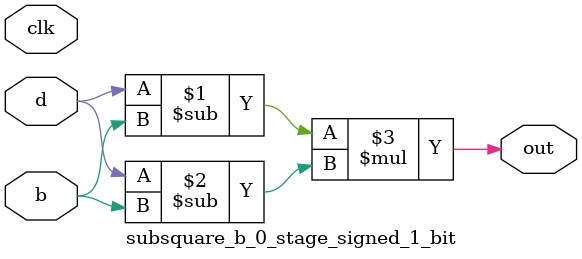
<source format=sv>
(* use_dsp = "yes" *) module subsquare_b_0_stage_signed_1_bit(
	input signed [0:0] b,
	input signed [0:0] d,
	output [0:0] out,
	input clk);

	assign out = (d - b) * (d - b);
endmodule

</source>
